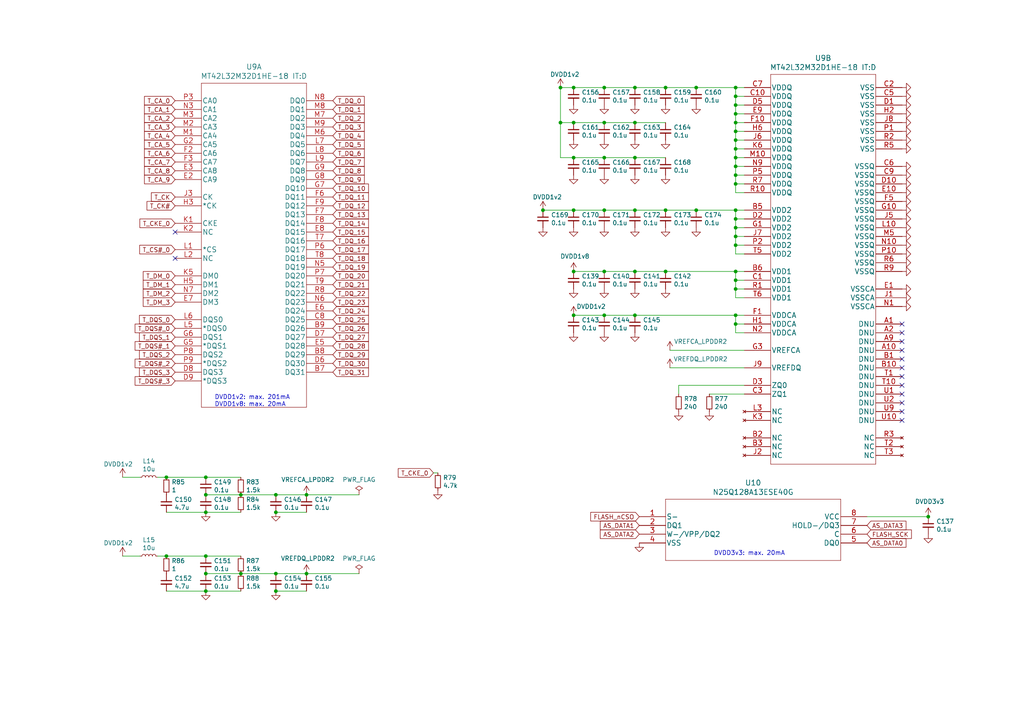
<source format=kicad_sch>
(kicad_sch (version 20250114) (generator "eeschema") (generator_version "9.0")
  (paper "A4")
  (title_block (title "OSSC Pro") (date "2024-05-26") (rev "1.6"))
  (text "DVDD3v3: max. 20mA" (at 207.01 161.29 0) (effects (font (size 1.27 1.27)) (justify left bottom)))
  (text "DVDD1v2: max. 201mA\nDVDD1v8: max. 20mA" (at 62.23 118.11 0) (effects (font (size 1.27 1.27)) (justify left bottom)))
  (junction (at 166.37 35.56))
  (junction (at 59.69 138.43))
  (junction (at 269.24 149.86))
  (junction (at 213.36 35.56))
  (junction (at 166.37 60.96))
  (junction (at 184.15 60.96))
  (junction (at 157.48 60.96))
  (junction (at 213.36 91.44))
  (junction (at 213.36 63.5))
  (junction (at 162.56 25.4))
  (junction (at 59.69 166.37))
  (junction (at 213.36 68.58))
  (junction (at 213.36 93.98))
  (junction (at 88.9 143.51))
  (junction (at 162.56 35.56))
  (junction (at 59.69 161.29))
  (junction (at 48.26 161.29))
  (junction (at 213.36 60.96))
  (junction (at 213.36 48.26))
  (junction (at 213.36 27.94))
  (junction (at 213.36 81.28))
  (junction (at 213.36 38.1))
  (junction (at 213.36 40.64))
  (junction (at 175.26 91.44))
  (junction (at 184.15 45.72))
  (junction (at 201.93 60.96))
  (junction (at 213.36 50.8))
  (junction (at 184.15 25.4))
  (junction (at 184.15 91.44))
  (junction (at 193.04 60.96))
  (junction (at 213.36 33.02))
  (junction (at 213.36 83.82))
  (junction (at 166.37 45.72))
  (junction (at 80.01 148.59))
  (junction (at 175.26 60.96))
  (junction (at 175.26 25.4))
  (junction (at 166.37 78.74))
  (junction (at 213.36 43.18))
  (junction (at 59.69 171.45))
  (junction (at 48.26 138.43))
  (junction (at 88.9 166.37))
  (junction (at 184.15 78.74))
  (junction (at 175.26 78.74))
  (junction (at 175.26 45.72))
  (junction (at 80.01 171.45))
  (junction (at 69.85 166.37))
  (junction (at 213.36 25.4))
  (junction (at 184.15 35.56))
  (junction (at 213.36 45.72))
  (junction (at 59.69 143.51))
  (junction (at 213.36 66.04))
  (junction (at 175.26 35.56))
  (junction (at 69.85 143.51))
  (junction (at 213.36 71.12))
  (junction (at 193.04 25.4))
  (junction (at 166.37 25.4))
  (junction (at 80.01 166.37))
  (junction (at 59.69 148.59))
  (junction (at 213.36 53.34))
  (junction (at 213.36 30.48))
  (junction (at 201.93 25.4))
  (junction (at 166.37 91.44))
  (junction (at 80.01 143.51))
  (junction (at 193.04 78.74))
  (junction (at 213.36 78.74))
  (no_connect (at 50.8 74.93))
  (no_connect (at 261.62 101.6))
  (no_connect (at 261.62 121.92))
  (no_connect (at 261.62 104.14))
  (no_connect (at 261.62 96.52))
  (no_connect (at 261.62 106.68))
  (no_connect (at 261.62 119.38))
  (no_connect (at 261.62 99.06))
  (no_connect (at 261.62 93.98))
  (no_connect (at 50.8 67.31))
  (no_connect (at 261.62 109.22))
  (no_connect (at 261.62 111.76))
  (no_connect (at 261.62 116.84))
  (no_connect (at 261.62 114.3))
  (wire (pts (xy 35.56 138.43) (xy 40.64 138.43)))
  (wire (pts (xy 215.9 43.18) (xy 213.36 43.18)))
  (wire (pts (xy 166.37 91.44) (xy 175.26 91.44)))
  (wire (pts (xy 213.36 50.8) (xy 213.36 48.26)))
  (wire (pts (xy 184.15 25.4) (xy 193.04 25.4)))
  (wire (pts (xy 104.14 143.51) (xy 88.9 143.51)))
  (wire (pts (xy 215.9 71.12) (xy 213.36 71.12)))
  (wire (pts (xy 166.37 60.96) (xy 175.26 60.96)))
  (wire (pts (xy 213.36 38.1) (xy 213.36 35.56)))
  (wire (pts (xy 59.69 143.51) (xy 69.85 143.51)))
  (wire (pts (xy 215.9 93.98) (xy 213.36 93.98)))
  (wire (pts (xy 215.9 30.48) (xy 213.36 30.48)))
  (wire (pts (xy 213.36 78.74) (xy 215.9 78.74)))
  (wire (pts (xy 213.36 48.26) (xy 213.36 45.72)))
  (wire (pts (xy 213.36 50.8) (xy 215.9 50.8)))
  (wire (pts (xy 213.36 93.98) (xy 213.36 91.44)))
  (wire (pts (xy 213.36 25.4) (xy 215.9 25.4)))
  (wire (pts (xy 194.31 101.6) (xy 215.9 101.6)))
  (wire (pts (xy 48.26 171.45) (xy 59.69 171.45)))
  (wire (pts (xy 213.36 60.96) (xy 215.9 60.96)))
  (wire (pts (xy 215.9 48.26) (xy 213.36 48.26)))
  (wire (pts (xy 59.69 161.29) (xy 48.26 161.29)))
  (wire (pts (xy 59.69 171.45) (xy 69.85 171.45)))
  (wire (pts (xy 175.26 91.44) (xy 184.15 91.44)))
  (wire (pts (xy 69.85 138.43) (xy 59.69 138.43)))
  (wire (pts (xy 193.04 78.74) (xy 213.36 78.74)))
  (wire (pts (xy 184.15 78.74) (xy 193.04 78.74)))
  (wire (pts (xy 193.04 25.4) (xy 201.93 25.4)))
  (wire (pts (xy 184.15 45.72) (xy 175.26 45.72)))
  (wire (pts (xy 215.9 106.68) (xy 194.31 106.68)))
  (wire (pts (xy 215.9 114.3) (xy 205.74 114.3)))
  (wire (pts (xy 166.37 35.56) (xy 175.26 35.56)))
  (wire (pts (xy 215.9 53.34) (xy 213.36 53.34)))
  (wire (pts (xy 213.36 96.52) (xy 213.36 93.98)))
  (wire (pts (xy 213.36 35.56) (xy 215.9 35.56)))
  (wire (pts (xy 48.26 138.43) (xy 45.72 138.43)))
  (wire (pts (xy 215.9 81.28) (xy 213.36 81.28)))
  (wire (pts (xy 166.37 78.74) (xy 175.26 78.74)))
  (wire (pts (xy 196.85 111.76) (xy 215.9 111.76)))
  (wire (pts (xy 193.04 45.72) (xy 184.15 45.72)))
  (wire (pts (xy 215.9 66.04) (xy 213.36 66.04)))
  (wire (pts (xy 80.01 143.51) (xy 88.9 143.51)))
  (wire (pts (xy 213.36 27.94) (xy 213.36 25.4)))
  (wire (pts (xy 104.14 166.37) (xy 88.9 166.37)))
  (wire (pts (xy 35.56 161.29) (xy 40.64 161.29)))
  (wire (pts (xy 215.9 55.88) (xy 213.36 55.88)))
  (wire (pts (xy 69.85 166.37) (xy 80.01 166.37)))
  (wire (pts (xy 175.26 45.72) (xy 166.37 45.72)))
  (wire (pts (xy 215.9 68.58) (xy 213.36 68.58)))
  (wire (pts (xy 80.01 171.45) (xy 88.9 171.45)))
  (wire (pts (xy 48.26 148.59) (xy 59.69 148.59)))
  (wire (pts (xy 175.26 25.4) (xy 184.15 25.4)))
  (wire (pts (xy 213.36 81.28) (xy 213.36 78.74)))
  (wire (pts (xy 215.9 33.02) (xy 213.36 33.02)))
  (wire (pts (xy 213.36 45.72) (xy 215.9 45.72)))
  (wire (pts (xy 157.48 60.96) (xy 166.37 60.96)))
  (wire (pts (xy 184.15 35.56) (xy 193.04 35.56)))
  (wire (pts (xy 215.9 63.5) (xy 213.36 63.5)))
  (wire (pts (xy 48.26 161.29) (xy 45.72 161.29)))
  (wire (pts (xy 213.36 63.5) (xy 213.36 60.96)))
  (wire (pts (xy 213.36 45.72) (xy 213.36 43.18)))
  (wire (pts (xy 69.85 143.51) (xy 80.01 143.51)))
  (wire (pts (xy 175.26 35.56) (xy 184.15 35.56)))
  (wire (pts (xy 59.69 148.59) (xy 69.85 148.59)))
  (wire (pts (xy 213.36 33.02) (xy 213.36 30.48)))
  (wire (pts (xy 69.85 161.29) (xy 59.69 161.29)))
  (wire (pts (xy 215.9 83.82) (xy 213.36 83.82)))
  (wire (pts (xy 59.69 166.37) (xy 69.85 166.37)))
  (wire (pts (xy 80.01 148.59) (xy 88.9 148.59)))
  (wire (pts (xy 213.36 66.04) (xy 213.36 63.5)))
  (wire (pts (xy 251.46 149.86) (xy 269.24 149.86)))
  (wire (pts (xy 162.56 35.56) (xy 166.37 35.56)))
  (wire (pts (xy 213.36 91.44) (xy 215.9 91.44)))
  (wire (pts (xy 166.37 25.4) (xy 175.26 25.4)))
  (wire (pts (xy 127 137.16) (xy 125.73 137.16)))
  (wire (pts (xy 213.36 86.36) (xy 213.36 83.82)))
  (wire (pts (xy 215.9 38.1) (xy 213.36 38.1)))
  (wire (pts (xy 213.36 40.64) (xy 215.9 40.64)))
  (wire (pts (xy 213.36 53.34) (xy 213.36 50.8)))
  (wire (pts (xy 184.15 91.44) (xy 213.36 91.44)))
  (wire (pts (xy 201.93 60.96) (xy 213.36 60.96)))
  (wire (pts (xy 162.56 35.56) (xy 162.56 45.72)))
  (wire (pts (xy 162.56 25.4) (xy 162.56 35.56)))
  (wire (pts (xy 213.36 73.66) (xy 215.9 73.66)))
  (wire (pts (xy 213.36 35.56) (xy 213.36 33.02)))
  (wire (pts (xy 175.26 78.74) (xy 184.15 78.74)))
  (wire (pts (xy 213.36 30.48) (xy 213.36 27.94)))
  (wire (pts (xy 59.69 138.43) (xy 48.26 138.43)))
  (wire (pts (xy 196.85 114.3) (xy 196.85 111.76)))
  (wire (pts (xy 213.36 55.88) (xy 213.36 53.34)))
  (wire (pts (xy 162.56 45.72) (xy 166.37 45.72)))
  (wire (pts (xy 213.36 40.64) (xy 213.36 38.1)))
  (wire (pts (xy 193.04 60.96) (xy 201.93 60.96)))
  (wire (pts (xy 213.36 43.18) (xy 213.36 40.64)))
  (wire (pts (xy 215.9 86.36) (xy 213.36 86.36)))
  (wire (pts (xy 215.9 27.94) (xy 213.36 27.94)))
  (wire (pts (xy 80.01 166.37) (xy 88.9 166.37)))
  (wire (pts (xy 215.9 96.52) (xy 213.36 96.52)))
  (wire (pts (xy 213.36 68.58) (xy 213.36 71.12)))
  (wire (pts (xy 175.26 60.96) (xy 184.15 60.96)))
  (wire (pts (xy 213.36 83.82) (xy 213.36 81.28)))
  (wire (pts (xy 201.93 25.4) (xy 213.36 25.4)))
  (wire (pts (xy 184.15 60.96) (xy 193.04 60.96)))
  (wire (pts (xy 213.36 68.58) (xy 213.36 66.04)))
  (wire (pts (xy 213.36 71.12) (xy 213.36 73.66)))
  (wire (pts (xy 166.37 25.4) (xy 162.56 25.4)))
  (global_label "T_CA_7" (shape input) (at 50.8 46.99 180) (property "Intersheetrefs" "${INTERSHEET_REFS}" (effects (hide yes))))
  (global_label "T_DQ_14" (shape input) (at 96.52 64.77 0) (property "Intersheetrefs" "${INTERSHEET_REFS}" (effects (hide yes))))
  (global_label "T_DQ_7" (shape input) (at 96.52 46.99 0) (property "Intersheetrefs" "${INTERSHEET_REFS}" (effects (hide yes))))
  (global_label "T_DM_1" (shape input) (at 50.8 82.55 180) (property "Intersheetrefs" "${INTERSHEET_REFS}" (effects (hide yes))))
  (global_label "T_DM_0" (shape input) (at 50.8 80.01 180) (property "Intersheetrefs" "${INTERSHEET_REFS}" (effects (hide yes))))
  (global_label "T_CKE_0" (shape input) (at 50.8 64.77 180) (property "Intersheetrefs" "${INTERSHEET_REFS}" (effects (hide yes))))
  (global_label "T_CA_5" (shape input) (at 50.8 41.91 180) (property "Intersheetrefs" "${INTERSHEET_REFS}" (effects (hide yes))))
  (global_label "FLASH_SCK" (shape input) (at 251.46 154.94 0) (property "Intersheetrefs" "${INTERSHEET_REFS}" (effects (hide yes))))
  (global_label "T_CA_0" (shape input) (at 50.8 29.21 180) (property "Intersheetrefs" "${INTERSHEET_REFS}" (effects (hide yes))))
  (global_label "T_CA_4" (shape input) (at 50.8 39.37 180) (property "Intersheetrefs" "${INTERSHEET_REFS}" (effects (hide yes))))
  (global_label "T_CA_2" (shape input) (at 50.8 34.29 180) (property "Intersheetrefs" "${INTERSHEET_REFS}" (effects (hide yes))))
  (global_label "T_DQS#_3" (shape input) (at 50.8 110.49 180) (property "Intersheetrefs" "${INTERSHEET_REFS}" (effects (hide yes))))
  (global_label "T_DQS_3" (shape input) (at 50.8 107.95 180) (property "Intersheetrefs" "${INTERSHEET_REFS}" (effects (hide yes))))
  (global_label "T_CA_1" (shape input) (at 50.8 31.75 180) (property "Intersheetrefs" "${INTERSHEET_REFS}" (effects (hide yes))))
  (global_label "AS_DATA0" (shape input) (at 251.46 157.48 0) (property "Intersheetrefs" "${INTERSHEET_REFS}" (effects (hide yes))))
  (global_label "T_DM_3" (shape input) (at 50.8 87.63 180) (property "Intersheetrefs" "${INTERSHEET_REFS}" (effects (hide yes))))
  (global_label "T_DQ_5" (shape input) (at 96.52 41.91 0) (property "Intersheetrefs" "${INTERSHEET_REFS}" (effects (hide yes))))
  (global_label "AS_DATA3" (shape input) (at 251.46 152.4 0) (property "Intersheetrefs" "${INTERSHEET_REFS}" (effects (hide yes))))
  (global_label "T_CK" (shape input) (at 50.8 57.15 180) (property "Intersheetrefs" "${INTERSHEET_REFS}" (effects (hide yes))))
  (global_label "T_DQ_8" (shape input) (at 96.52 49.53 0) (property "Intersheetrefs" "${INTERSHEET_REFS}" (effects (hide yes))))
  (global_label "T_DQ_17" (shape input) (at 96.52 72.39 0) (property "Intersheetrefs" "${INTERSHEET_REFS}" (effects (hide yes))))
  (global_label "T_DQ_0" (shape input) (at 96.52 29.21 0) (property "Intersheetrefs" "${INTERSHEET_REFS}" (effects (hide yes))))
  (global_label "T_DQ_25" (shape input) (at 96.52 92.71 0) (property "Intersheetrefs" "${INTERSHEET_REFS}" (effects (hide yes))))
  (global_label "T_DQ_13" (shape input) (at 96.52 62.23 0) (property "Intersheetrefs" "${INTERSHEET_REFS}" (effects (hide yes))))
  (global_label "T_DQ_15" (shape input) (at 96.52 67.31 0) (property "Intersheetrefs" "${INTERSHEET_REFS}" (effects (hide yes))))
  (global_label "T_CS#_0" (shape input) (at 50.8 72.39 180) (property "Intersheetrefs" "${INTERSHEET_REFS}" (effects (hide yes))))
  (global_label "T_DQ_21" (shape input) (at 96.52 82.55 0) (property "Intersheetrefs" "${INTERSHEET_REFS}" (effects (hide yes))))
  (global_label "T_DQ_27" (shape input) (at 96.52 97.79 0) (property "Intersheetrefs" "${INTERSHEET_REFS}" (effects (hide yes))))
  (global_label "AS_DATA2" (shape input) (at 185.42 154.94 180) (property "Intersheetrefs" "${INTERSHEET_REFS}" (effects (hide yes))))
  (global_label "T_CA_8" (shape input) (at 50.8 49.53 180) (property "Intersheetrefs" "${INTERSHEET_REFS}" (effects (hide yes))))
  (global_label "T_DQ_20" (shape input) (at 96.52 80.01 0) (property "Intersheetrefs" "${INTERSHEET_REFS}" (effects (hide yes))))
  (global_label "T_CA_6" (shape input) (at 50.8 44.45 180) (property "Intersheetrefs" "${INTERSHEET_REFS}" (effects (hide yes))))
  (global_label "T_DQ_24" (shape input) (at 96.52 90.17 0) (property "Intersheetrefs" "${INTERSHEET_REFS}" (effects (hide yes))))
  (global_label "T_DQ_6" (shape input) (at 96.52 44.45 0) (property "Intersheetrefs" "${INTERSHEET_REFS}" (effects (hide yes))))
  (global_label "T_DQ_2" (shape input) (at 96.52 34.29 0) (property "Intersheetrefs" "${INTERSHEET_REFS}" (effects (hide yes))))
  (global_label "FLASH_nCSO" (shape input) (at 185.42 149.86 180) (property "Intersheetrefs" "${INTERSHEET_REFS}" (effects (hide yes))))
  (global_label "T_DQ_28" (shape input) (at 96.52 100.33 0) (property "Intersheetrefs" "${INTERSHEET_REFS}" (effects (hide yes))))
  (global_label "T_CKE_0" (shape input) (at 125.73 137.16 180) (property "Intersheetrefs" "${INTERSHEET_REFS}" (effects (hide yes))))
  (global_label "T_DQ_10" (shape input) (at 96.52 54.61 0) (property "Intersheetrefs" "${INTERSHEET_REFS}" (effects (hide yes))))
  (global_label "T_DQ_26" (shape input) (at 96.52 95.25 0) (property "Intersheetrefs" "${INTERSHEET_REFS}" (effects (hide yes))))
  (global_label "T_DQS_2" (shape input) (at 50.8 102.87 180) (property "Intersheetrefs" "${INTERSHEET_REFS}" (effects (hide yes))))
  (global_label "T_DQS_1" (shape input) (at 50.8 97.79 180) (property "Intersheetrefs" "${INTERSHEET_REFS}" (effects (hide yes))))
  (global_label "T_DQ_30" (shape input) (at 96.52 105.41 0) (property "Intersheetrefs" "${INTERSHEET_REFS}" (effects (hide yes))))
  (global_label "T_DM_2" (shape input) (at 50.8 85.09 180) (property "Intersheetrefs" "${INTERSHEET_REFS}" (effects (hide yes))))
  (global_label "T_DQ_23" (shape input) (at 96.52 87.63 0) (property "Intersheetrefs" "${INTERSHEET_REFS}" (effects (hide yes))))
  (global_label "T_DQ_11" (shape input) (at 96.52 57.15 0) (property "Intersheetrefs" "${INTERSHEET_REFS}" (effects (hide yes))))
  (global_label "T_DQS#_1" (shape input) (at 50.8 100.33 180) (property "Intersheetrefs" "${INTERSHEET_REFS}" (effects (hide yes))))
  (global_label "T_DQ_12" (shape input) (at 96.52 59.69 0) (property "Intersheetrefs" "${INTERSHEET_REFS}" (effects (hide yes))))
  (global_label "T_DQ_31" (shape input) (at 96.52 107.95 0) (property "Intersheetrefs" "${INTERSHEET_REFS}" (effects (hide yes))))
  (global_label "T_DQS#_2" (shape input) (at 50.8 105.41 180) (property "Intersheetrefs" "${INTERSHEET_REFS}" (effects (hide yes))))
  (global_label "T_DQ_19" (shape input) (at 96.52 77.47 0) (property "Intersheetrefs" "${INTERSHEET_REFS}" (effects (hide yes))))
  (global_label "T_CK#" (shape input) (at 50.8 59.69 180) (property "Intersheetrefs" "${INTERSHEET_REFS}" (effects (hide yes))))
  (global_label "T_DQ_18" (shape input) (at 96.52 74.93 0) (property "Intersheetrefs" "${INTERSHEET_REFS}" (effects (hide yes))))
  (global_label "T_DQ_29" (shape input) (at 96.52 102.87 0) (property "Intersheetrefs" "${INTERSHEET_REFS}" (effects (hide yes))))
  (global_label "T_CA_3" (shape input) (at 50.8 36.83 180) (property "Intersheetrefs" "${INTERSHEET_REFS}" (effects (hide yes))))
  (global_label "T_DQ_9" (shape input) (at 96.52 52.07 0) (property "Intersheetrefs" "${INTERSHEET_REFS}" (effects (hide yes))))
  (global_label "T_DQ_1" (shape input) (at 96.52 31.75 0) (property "Intersheetrefs" "${INTERSHEET_REFS}" (effects (hide yes))))
  (global_label "T_DQ_3" (shape input) (at 96.52 36.83 0) (property "Intersheetrefs" "${INTERSHEET_REFS}" (effects (hide yes))))
  (global_label "T_CA_9" (shape input) (at 50.8 52.07 180) (property "Intersheetrefs" "${INTERSHEET_REFS}" (effects (hide yes))))
  (global_label "T_DQ_16" (shape input) (at 96.52 69.85 0) (property "Intersheetrefs" "${INTERSHEET_REFS}" (effects (hide yes))))
  (global_label "T_DQ_4" (shape input) (at 96.52 39.37 0) (property "Intersheetrefs" "${INTERSHEET_REFS}" (effects (hide yes))))
  (global_label "T_DQ_22" (shape input) (at 96.52 85.09 0) (property "Intersheetrefs" "${INTERSHEET_REFS}" (effects (hide yes))))
  (global_label "AS_DATA1" (shape input) (at 185.42 152.4 180) (property "Intersheetrefs" "${INTERSHEET_REFS}" (effects (hide yes))))
  (global_label "T_DQS#_0" (shape input) (at 50.8 95.25 180) (property "Intersheetrefs" "${INTERSHEET_REFS}" (effects (hide yes))))
  (global_label "T_DQS_0" (shape input) (at 50.8 92.71 180) (property "Intersheetrefs" "${INTERSHEET_REFS}" (effects (hide yes))))
  (symbol (lib_id "custom_components:N25Q128A13ESE40G") (at 185.42 149.86 0) (unit 1)
    (property "Reference" "U10" (at 218.44 140.0302 0) (effects (font (size 1.524 1.524))))
    (property "Value" "N25Q128A13ESE40G" (at 218.44 142.7226 0) (effects (font (size 1.524 1.524))))
    (property "Footprint" "custom_components:N25Q128A13ESE40G" (effects (hide yes)))
  )
  (symbol (lib_id "custom_components:MT42L32M32D2AC-25_AAT_A") (at 50.8 29.21 0) (unit 1)
    (property "Reference" "U9" (at 73.66 19.3802 0) (effects (font (size 1.524 1.524))))
    (property "Value" "MT42L32M32D1HE-18 IT:D" (at 73.66 22.0726 0) (effects (font (size 1.524 1.524))))
    (property "Footprint" "custom_components:EDB1332BDBH-1DAAT-F" (effects (hide yes)))
  )
  (symbol (lib_id "custom_components:MT42L32M32D2AC-25_AAT_A") (at 215.9 26.67 0) (unit 2)
    (property "Reference" "U9" (at 238.76 16.8402 0) (effects (font (size 1.524 1.524))))
    (property "Value" "MT42L32M32D1HE-18 IT:D" (at 238.76 19.5326 0) (effects (font (size 1.524 1.524))))
    (property "Footprint" "custom_components:EDB1332BDBH-1DAAT-F" (effects (hide yes)))
  )
  (symbol (lib_id "power:GND") (at 127 142.24 0) (unit 1)
    (property "Reference" "#PWR0663" (effects (hide yes)))
    (property "Value" "GND" (effects (hide yes)))
  )
  (symbol (lib_id "custom_components:DVDD3v3") (at 269.24 149.86 0) (unit 1)
    (property "Reference" "#PWR0665" (effects (hide yes)))
    (property "Value" "DVDD3v3" (at 269.621 145.4658 0))
  )
  (symbol (lib_id "power:GND") (at 261.62 88.9 90) (unit 1)
    (property "Reference" "#PWR0666" (effects (hide yes)))
    (property "Value" "GND" (effects (hide yes)))
  )
  (symbol (lib_id "power:GND") (at 261.62 86.36 90) (unit 1)
    (property "Reference" "#PWR0667" (effects (hide yes)))
    (property "Value" "GND" (effects (hide yes)))
  )
  (symbol (lib_id "power:GND") (at 261.62 83.82 90) (unit 1)
    (property "Reference" "#PWR0668" (effects (hide yes)))
    (property "Value" "GND" (effects (hide yes)))
  )
  (symbol (lib_id "power:GND") (at 261.62 78.74 90) (unit 1)
    (property "Reference" "#PWR0669" (effects (hide yes)))
    (property "Value" "GND" (effects (hide yes)))
  )
  (symbol (lib_id "power:GND") (at 261.62 76.2 90) (unit 1)
    (property "Reference" "#PWR0670" (effects (hide yes)))
    (property "Value" "GND" (effects (hide yes)))
  )
  (symbol (lib_id "power:GND") (at 261.62 73.66 90) (unit 1)
    (property "Reference" "#PWR0671" (effects (hide yes)))
    (property "Value" "GND" (effects (hide yes)))
  )
  (symbol (lib_id "power:GND") (at 261.62 71.12 90) (unit 1)
    (property "Reference" "#PWR0672" (effects (hide yes)))
    (property "Value" "GND" (effects (hide yes)))
  )
  (symbol (lib_id "power:GND") (at 261.62 68.58 90) (unit 1)
    (property "Reference" "#PWR0673" (effects (hide yes)))
    (property "Value" "GND" (effects (hide yes)))
  )
  (symbol (lib_id "power:GND") (at 261.62 66.04 90) (unit 1)
    (property "Reference" "#PWR0674" (effects (hide yes)))
    (property "Value" "GND" (effects (hide yes)))
  )
  (symbol (lib_id "power:GND") (at 261.62 63.5 90) (unit 1)
    (property "Reference" "#PWR0675" (effects (hide yes)))
    (property "Value" "GND" (effects (hide yes)))
  )
  (symbol (lib_id "power:GND") (at 261.62 60.96 90) (unit 1)
    (property "Reference" "#PWR0676" (effects (hide yes)))
    (property "Value" "GND" (effects (hide yes)))
  )
  (symbol (lib_id "power:GND") (at 261.62 58.42 90) (unit 1)
    (property "Reference" "#PWR0677" (effects (hide yes)))
    (property "Value" "GND" (effects (hide yes)))
  )
  (symbol (lib_id "power:GND") (at 261.62 55.88 90) (unit 1)
    (property "Reference" "#PWR0678" (effects (hide yes)))
    (property "Value" "GND" (effects (hide yes)))
  )
  (symbol (lib_id "power:GND") (at 261.62 53.34 90) (unit 1)
    (property "Reference" "#PWR0679" (effects (hide yes)))
    (property "Value" "GND" (effects (hide yes)))
  )
  (symbol (lib_id "power:GND") (at 261.62 50.8 90) (unit 1)
    (property "Reference" "#PWR0680" (effects (hide yes)))
    (property "Value" "GND" (effects (hide yes)))
  )
  (symbol (lib_id "power:GND") (at 261.62 48.26 90) (unit 1)
    (property "Reference" "#PWR0681" (effects (hide yes)))
    (property "Value" "GND" (effects (hide yes)))
  )
  (symbol (lib_id "power:GND") (at 261.62 43.18 90) (unit 1)
    (property "Reference" "#PWR0682" (effects (hide yes)))
    (property "Value" "GND" (effects (hide yes)))
  )
  (symbol (lib_id "power:GND") (at 261.62 40.64 90) (unit 1)
    (property "Reference" "#PWR0683" (effects (hide yes)))
    (property "Value" "GND" (effects (hide yes)))
  )
  (symbol (lib_id "power:GND") (at 261.62 38.1 90) (unit 1)
    (property "Reference" "#PWR0684" (effects (hide yes)))
    (property "Value" "GND" (effects (hide yes)))
  )
  (symbol (lib_id "power:GND") (at 261.62 35.56 90) (unit 1)
    (property "Reference" "#PWR0685" (effects (hide yes)))
    (property "Value" "GND" (effects (hide yes)))
  )
  (symbol (lib_id "power:GND") (at 261.62 33.02 90) (unit 1)
    (property "Reference" "#PWR0686" (effects (hide yes)))
    (property "Value" "GND" (effects (hide yes)))
  )
  (symbol (lib_id "power:GND") (at 261.62 30.48 90) (unit 1)
    (property "Reference" "#PWR0687" (effects (hide yes)))
    (property "Value" "GND" (effects (hide yes)))
  )
  (symbol (lib_id "power:GND") (at 261.62 27.94 90) (unit 1)
    (property "Reference" "#PWR0688" (effects (hide yes)))
    (property "Value" "GND" (effects (hide yes)))
  )
  (symbol (lib_id "power:GND") (at 261.62 25.4 90) (unit 1)
    (property "Reference" "#PWR0689" (effects (hide yes)))
    (property "Value" "GND" (effects (hide yes)))
  )
  (symbol (lib_id "power:GND") (at 196.85 119.38 0) (unit 1)
    (property "Reference" "#PWR0690" (effects (hide yes)))
    (property "Value" "GND" (effects (hide yes)))
  )
  (symbol (lib_id "power:GND") (at 205.74 119.38 0) (unit 1)
    (property "Reference" "#PWR0691" (effects (hide yes)))
    (property "Value" "GND" (effects (hide yes)))
  )
  (symbol (lib_id "custom_components:VREFCA_LPDDR2") (at 194.31 101.6 0) (unit 1)
    (property "Reference" "#PWR0692" (effects (hide yes)))
    (property "Value" "VREFCA_LPDDR2" (at 203.2 99.06 0))
  )
  (symbol (lib_id "custom_components:VREFDQ_LPDDR2") (at 194.31 106.68 0) (unit 1)
    (property "Reference" "#PWR0693" (effects (hide yes)))
    (property "Value" "VREFDQ_LPDDR2" (at 203.2 104.14 0))
  )
  (symbol (lib_id "power:GND") (at 184.15 96.52 0) (unit 1)
    (property "Reference" "#PWR0694" (effects (hide yes)))
    (property "Value" "GND" (effects (hide yes)))
  )
  (symbol (lib_id "power:GND") (at 175.26 96.52 0) (unit 1)
    (property "Reference" "#PWR0695" (effects (hide yes)))
    (property "Value" "GND" (effects (hide yes)))
  )
  (symbol (lib_id "power:GND") (at 166.37 96.52 0) (unit 1)
    (property "Reference" "#PWR0696" (effects (hide yes)))
    (property "Value" "GND" (effects (hide yes)))
  )
  (symbol (lib_id "custom_components:DVDD1v2") (at 166.37 91.44 0) (unit 1)
    (property "Reference" "#PWR0697" (effects (hide yes)))
    (property "Value" "DVDD1v2" (at 171.45 88.9 0))
  )
  (symbol (lib_id "power:GND") (at 166.37 83.82 0) (unit 1)
    (property "Reference" "#PWR0698" (effects (hide yes)))
    (property "Value" "GND" (effects (hide yes)))
  )
  (symbol (lib_id "power:GND") (at 175.26 83.82 0) (unit 1)
    (property "Reference" "#PWR0699" (effects (hide yes)))
    (property "Value" "GND" (effects (hide yes)))
  )
  (symbol (lib_id "power:GND") (at 184.15 83.82 0) (unit 1)
    (property "Reference" "#PWR0700" (effects (hide yes)))
    (property "Value" "GND" (effects (hide yes)))
  )
  (symbol (lib_id "power:GND") (at 193.04 83.82 0) (unit 1)
    (property "Reference" "#PWR0701" (effects (hide yes)))
    (property "Value" "GND" (effects (hide yes)))
  )
  (symbol (lib_id "custom_components:DVDD1v8") (at 166.37 78.74 0) (unit 1)
    (property "Reference" "#PWR0702" (effects (hide yes)))
    (property "Value" "DVDD1v8" (at 166.751 74.3458 0))
  )
  (symbol (lib_id "power:GND") (at 201.93 66.04 0) (unit 1)
    (property "Reference" "#PWR0703" (effects (hide yes)))
    (property "Value" "GND" (effects (hide yes)))
  )
  (symbol (lib_id "power:GND") (at 193.04 66.04 0) (unit 1)
    (property "Reference" "#PWR0704" (effects (hide yes)))
    (property "Value" "GND" (effects (hide yes)))
  )
  (symbol (lib_id "power:GND") (at 184.15 66.04 0) (unit 1)
    (property "Reference" "#PWR0705" (effects (hide yes)))
    (property "Value" "GND" (effects (hide yes)))
  )
  (symbol (lib_id "power:GND") (at 175.26 66.04 0) (unit 1)
    (property "Reference" "#PWR0706" (effects (hide yes)))
    (property "Value" "GND" (effects (hide yes)))
  )
  (symbol (lib_id "power:GND") (at 166.37 66.04 0) (unit 1)
    (property "Reference" "#PWR0707" (effects (hide yes)))
    (property "Value" "GND" (effects (hide yes)))
  )
  (symbol (lib_id "power:GND") (at 157.48 66.04 0) (unit 1)
    (property "Reference" "#PWR0708" (effects (hide yes)))
    (property "Value" "GND" (effects (hide yes)))
  )
  (symbol (lib_id "custom_components:DVDD1v2") (at 157.48 60.96 0) (unit 1)
    (property "Reference" "#PWR0709" (effects (hide yes)))
    (property "Value" "DVDD1v2" (at 158.75 57.15 0))
  )
  (symbol (lib_id "power:GND") (at 184.15 40.64 0) (unit 1)
    (property "Reference" "#PWR0710" (effects (hide yes)))
    (property "Value" "GND" (effects (hide yes)))
  )
  (symbol (lib_id "power:GND") (at 193.04 40.64 0) (unit 1)
    (property "Reference" "#PWR0711" (effects (hide yes)))
    (property "Value" "GND" (effects (hide yes)))
  )
  (symbol (lib_id "power:GND") (at 166.37 50.8 0) (unit 1)
    (property "Reference" "#PWR0712" (effects (hide yes)))
    (property "Value" "GND" (effects (hide yes)))
  )
  (symbol (lib_id "power:GND") (at 166.37 30.48 0) (unit 1)
    (property "Reference" "#PWR0713" (effects (hide yes)))
    (property "Value" "GND" (effects (hide yes)))
  )
  (symbol (lib_id "power:GND") (at 175.26 30.48 0) (unit 1)
    (property "Reference" "#PWR0714" (effects (hide yes)))
    (property "Value" "GND" (effects (hide yes)))
  )
  (symbol (lib_id "power:GND") (at 184.15 30.48 0) (unit 1)
    (property "Reference" "#PWR0715" (effects (hide yes)))
    (property "Value" "GND" (effects (hide yes)))
  )
  (symbol (lib_id "power:GND") (at 193.04 30.48 0) (unit 1)
    (property "Reference" "#PWR0716" (effects (hide yes)))
    (property "Value" "GND" (effects (hide yes)))
  )
  (symbol (lib_id "power:GND") (at 201.93 30.48 0) (unit 1)
    (property "Reference" "#PWR0717" (effects (hide yes)))
    (property "Value" "GND" (effects (hide yes)))
  )
  (symbol (lib_id "power:GND") (at 166.37 40.64 0) (unit 1)
    (property "Reference" "#PWR0718" (effects (hide yes)))
    (property "Value" "GND" (effects (hide yes)))
  )
  (symbol (lib_id "power:GND") (at 175.26 50.8 0) (unit 1)
    (property "Reference" "#PWR0719" (effects (hide yes)))
    (property "Value" "GND" (effects (hide yes)))
  )
  (symbol (lib_id "power:GND") (at 184.15 50.8 0) (unit 1)
    (property "Reference" "#PWR0720" (effects (hide yes)))
    (property "Value" "GND" (effects (hide yes)))
  )
  (symbol (lib_id "power:GND") (at 193.04 50.8 0) (unit 1)
    (property "Reference" "#PWR0721" (effects (hide yes)))
    (property "Value" "GND" (effects (hide yes)))
  )
  (symbol (lib_id "power:GND") (at 175.26 40.64 0) (unit 1)
    (property "Reference" "#PWR0722" (effects (hide yes)))
    (property "Value" "GND" (effects (hide yes)))
  )
  (symbol (lib_id "custom_components:DVDD1v2") (at 162.56 25.4 0) (unit 1)
    (property "Reference" "#PWR0723" (effects (hide yes)))
    (property "Value" "DVDD1v2" (at 163.83 21.59 0))
  )
  (symbol (lib_id "power:PWR_FLAG") (at 104.14 166.37 0) (unit 1)
    (property "Reference" "#FLG0118" (effects (hide yes)))
    (property "Value" "PWR_FLAG" (at 104.14 161.9758 0))
  )
  (symbol (lib_id "power:PWR_FLAG") (at 104.14 143.51 0) (unit 1)
    (property "Reference" "#FLG0119" (effects (hide yes)))
    (property "Value" "PWR_FLAG" (at 104.14 139.1158 0))
  )
  (symbol (lib_id "power:GND") (at 185.42 157.48 0) (unit 1)
    (property "Reference" "#PWR0598" (effects (hide yes)))
    (property "Value" "GND" (effects (hide yes)))
  )
  (symbol (lib_id "Device:C_Small") (at 269.24 152.4 0) (unit 1)
    (property "Reference" "C137" (at 271.5768 151.2316 0) (effects (justify left)))
    (property "Value" "0.1u" (at 271.5768 153.543 0) (effects (justify left)))
    (property "Footprint" "Capacitor_SMD:C_0402_1005Metric" (effects (hide yes)))
  )
  (symbol (lib_id "power:GND") (at 269.24 154.94 0) (unit 1)
    (property "Reference" "#PWR0599" (effects (hide yes)))
    (property "Value" "GND" (effects (hide yes)))
  )
  (symbol (lib_id "Device:C_Small") (at 166.37 27.94 0) (unit 1)
    (property "Reference" "C156" (at 168.7068 26.7716 0) (effects (justify left)))
    (property "Value" "0.1u" (at 168.7068 29.083 0) (effects (justify left)))
    (property "Footprint" "Capacitor_SMD:C_0402_1005Metric" (effects (hide yes)))
  )
  (symbol (lib_id "Device:C_Small") (at 175.26 27.94 0) (unit 1)
    (property "Reference" "C157" (at 177.5968 26.7716 0) (effects (justify left)))
    (property "Value" "0.1u" (at 177.5968 29.083 0) (effects (justify left)))
    (property "Footprint" "Capacitor_SMD:C_0402_1005Metric" (effects (hide yes)))
  )
  (symbol (lib_id "Device:C_Small") (at 184.15 27.94 0) (unit 1)
    (property "Reference" "C158" (at 186.4868 26.7716 0) (effects (justify left)))
    (property "Value" "0.1u" (at 186.4868 29.083 0) (effects (justify left)))
    (property "Footprint" "Capacitor_SMD:C_0402_1005Metric" (effects (hide yes)))
  )
  (symbol (lib_id "Device:C_Small") (at 193.04 27.94 0) (unit 1)
    (property "Reference" "C159" (at 195.3768 26.7716 0) (effects (justify left)))
    (property "Value" "0.1u" (at 195.3768 29.083 0) (effects (justify left)))
    (property "Footprint" "Capacitor_SMD:C_0402_1005Metric" (effects (hide yes)))
  )
  (symbol (lib_id "Device:C_Small") (at 201.93 27.94 0) (unit 1)
    (property "Reference" "C160" (at 204.2668 26.7716 0) (effects (justify left)))
    (property "Value" "0.1u" (at 204.2668 29.083 0) (effects (justify left)))
    (property "Footprint" "Capacitor_SMD:C_0402_1005Metric" (effects (hide yes)))
  )
  (symbol (lib_id "Device:C_Small") (at 166.37 38.1 0) (unit 1)
    (property "Reference" "C161" (at 168.7068 36.9316 0) (effects (justify left)))
    (property "Value" "0.1u" (at 168.7068 39.243 0) (effects (justify left)))
    (property "Footprint" "Capacitor_SMD:C_0402_1005Metric" (effects (hide yes)))
  )
  (symbol (lib_id "Device:C_Small") (at 175.26 38.1 0) (unit 1)
    (property "Reference" "C162" (at 177.5968 36.9316 0) (effects (justify left)))
    (property "Value" "0.1u" (at 177.5968 39.243 0) (effects (justify left)))
    (property "Footprint" "Capacitor_SMD:C_0402_1005Metric" (effects (hide yes)))
  )
  (symbol (lib_id "Device:C_Small") (at 184.15 38.1 0) (unit 1)
    (property "Reference" "C163" (at 186.4868 36.9316 0) (effects (justify left)))
    (property "Value" "0.1u" (at 186.4868 39.243 0) (effects (justify left)))
    (property "Footprint" "Capacitor_SMD:C_0402_1005Metric" (effects (hide yes)))
  )
  (symbol (lib_id "Device:C_Small") (at 193.04 38.1 0) (unit 1)
    (property "Reference" "C164" (at 195.3768 36.9316 0) (effects (justify left)))
    (property "Value" "0.1u" (at 195.3768 39.243 0) (effects (justify left)))
    (property "Footprint" "Capacitor_SMD:C_0402_1005Metric" (effects (hide yes)))
  )
  (symbol (lib_id "Device:C_Small") (at 166.37 48.26 0) (unit 1)
    (property "Reference" "C165" (at 168.7068 47.0916 0) (effects (justify left)))
    (property "Value" "0.1u" (at 168.7068 49.403 0) (effects (justify left)))
    (property "Footprint" "Capacitor_SMD:C_0402_1005Metric" (effects (hide yes)))
  )
  (symbol (lib_id "Device:C_Small") (at 175.26 48.26 0) (unit 1)
    (property "Reference" "C166" (at 177.5968 47.0916 0) (effects (justify left)))
    (property "Value" "0.1u" (at 177.5968 49.403 0) (effects (justify left)))
    (property "Footprint" "Capacitor_SMD:C_0402_1005Metric" (effects (hide yes)))
  )
  (symbol (lib_id "Device:C_Small") (at 184.15 48.26 0) (unit 1)
    (property "Reference" "C167" (at 186.4868 47.0916 0) (effects (justify left)))
    (property "Value" "0.1u" (at 186.4868 49.403 0) (effects (justify left)))
    (property "Footprint" "Capacitor_SMD:C_0402_1005Metric" (effects (hide yes)))
  )
  (symbol (lib_id "Device:C_Small") (at 193.04 48.26 0) (unit 1)
    (property "Reference" "C168" (at 195.3768 47.0916 0) (effects (justify left)))
    (property "Value" "0.1u" (at 195.3768 49.403 0) (effects (justify left)))
    (property "Footprint" "Capacitor_SMD:C_0402_1005Metric" (effects (hide yes)))
  )
  (symbol (lib_id "Device:C_Small") (at 157.48 63.5 0) (unit 1)
    (property "Reference" "C169" (at 159.8168 62.3316 0) (effects (justify left)))
    (property "Value" "0.1u" (at 159.8168 64.643 0) (effects (justify left)))
    (property "Footprint" "Capacitor_SMD:C_0402_1005Metric" (effects (hide yes)))
  )
  (symbol (lib_id "Device:C_Small") (at 166.37 63.5 0) (unit 1)
    (property "Reference" "C170" (at 168.7068 62.3316 0) (effects (justify left)))
    (property "Value" "0.1u" (at 168.7068 64.643 0) (effects (justify left)))
    (property "Footprint" "Capacitor_SMD:C_0402_1005Metric" (effects (hide yes)))
  )
  (symbol (lib_id "Device:C_Small") (at 175.26 63.5 0) (unit 1)
    (property "Reference" "C171" (at 177.5968 62.3316 0) (effects (justify left)))
    (property "Value" "0.1u" (at 177.5968 64.643 0) (effects (justify left)))
    (property "Footprint" "Capacitor_SMD:C_0402_1005Metric" (effects (hide yes)))
  )
  (symbol (lib_id "Device:C_Small") (at 184.15 63.5 0) (unit 1)
    (property "Reference" "C172" (at 186.4868 62.3316 0) (effects (justify left)))
    (property "Value" "0.1u" (at 186.4868 64.643 0) (effects (justify left)))
    (property "Footprint" "Capacitor_SMD:C_0402_1005Metric" (effects (hide yes)))
  )
  (symbol (lib_id "Device:C_Small") (at 193.04 63.5 0) (unit 1)
    (property "Reference" "C173" (at 195.3768 62.3316 0) (effects (justify left)))
    (property "Value" "0.1u" (at 195.3768 64.643 0) (effects (justify left)))
    (property "Footprint" "Capacitor_SMD:C_0402_1005Metric" (effects (hide yes)))
  )
  (symbol (lib_id "Device:C_Small") (at 201.93 63.5 0) (unit 1)
    (property "Reference" "C174" (at 204.2668 62.3316 0) (effects (justify left)))
    (property "Value" "0.1u" (at 204.2668 64.643 0) (effects (justify left)))
    (property "Footprint" "Capacitor_SMD:C_0402_1005Metric" (effects (hide yes)))
  )
  (symbol (lib_id "Device:C_Small") (at 166.37 81.28 0) (unit 1)
    (property "Reference" "C139" (at 168.7068 80.1116 0) (effects (justify left)))
    (property "Value" "0.1u" (at 168.7068 82.423 0) (effects (justify left)))
    (property "Footprint" "Capacitor_SMD:C_0402_1005Metric" (effects (hide yes)))
  )
  (symbol (lib_id "Device:C_Small") (at 175.26 81.28 0) (unit 1)
    (property "Reference" "C140" (at 177.5968 80.1116 0) (effects (justify left)))
    (property "Value" "0.1u" (at 177.5968 82.423 0) (effects (justify left)))
    (property "Footprint" "Capacitor_SMD:C_0402_1005Metric" (effects (hide yes)))
  )
  (symbol (lib_id "Device:C_Small") (at 184.15 81.28 0) (unit 1)
    (property "Reference" "C141" (at 186.4868 80.1116 0) (effects (justify left)))
    (property "Value" "0.1u" (at 186.4868 82.423 0) (effects (justify left)))
    (property "Footprint" "Capacitor_SMD:C_0402_1005Metric" (effects (hide yes)))
  )
  (symbol (lib_id "Device:C_Small") (at 193.04 81.28 0) (unit 1)
    (property "Reference" "C142" (at 195.3768 80.1116 0) (effects (justify left)))
    (property "Value" "0.1u" (at 195.3768 82.423 0) (effects (justify left)))
    (property "Footprint" "Capacitor_SMD:C_0402_1005Metric" (effects (hide yes)))
  )
  (symbol (lib_id "Device:C_Small") (at 166.37 93.98 0) (unit 1)
    (property "Reference" "C143" (at 168.7068 92.8116 0) (effects (justify left)))
    (property "Value" "0.1u" (at 168.7068 95.123 0) (effects (justify left)))
    (property "Footprint" "Capacitor_SMD:C_0402_1005Metric" (effects (hide yes)))
  )
  (symbol (lib_id "Device:C_Small") (at 175.26 93.98 0) (unit 1)
    (property "Reference" "C144" (at 177.5968 92.8116 0) (effects (justify left)))
    (property "Value" "0.1u" (at 177.5968 95.123 0) (effects (justify left)))
    (property "Footprint" "Capacitor_SMD:C_0402_1005Metric" (effects (hide yes)))
  )
  (symbol (lib_id "Device:C_Small") (at 184.15 93.98 0) (unit 1)
    (property "Reference" "C145" (at 186.4868 92.8116 0) (effects (justify left)))
    (property "Value" "0.1u" (at 186.4868 95.123 0) (effects (justify left)))
    (property "Footprint" "Capacitor_SMD:C_0402_1005Metric" (effects (hide yes)))
  )
  (symbol (lib_id "Device:R_Small") (at 196.85 116.84 0) (unit 1)
    (property "Reference" "R78" (at 198.3486 115.6716 0) (effects (justify left)))
    (property "Value" "240" (at 198.3486 117.983 0) (effects (justify left)))
    (property "Footprint" "Resistor_SMD:R_0603_1608Metric" (effects (hide yes)))
  )
  (symbol (lib_id "Device:R_Small") (at 205.74 116.84 0) (unit 1)
    (property "Reference" "R77" (at 207.2386 115.6716 0) (effects (justify left)))
    (property "Value" "240" (at 207.2386 117.983 0) (effects (justify left)))
    (property "Footprint" "Resistor_SMD:R_0603_1608Metric" (effects (hide yes)))
  )
  (symbol (lib_id "Device:R_Small") (at 127 139.7 0) (unit 1)
    (property "Reference" "R79" (at 128.4986 138.5316 0) (effects (justify left)))
    (property "Value" "4.7k" (at 128.4986 140.843 0) (effects (justify left)))
    (property "Footprint" "Resistor_SMD:R_0402_1005Metric" (effects (hide yes)))
  )
  (symbol (lib_id "Device:R_Small") (at 48.26 140.97 0) (unit 1)
    (property "Reference" "R85" (at 49.7586 139.8016 0) (effects (justify left)))
    (property "Value" "1" (at 49.7586 142.113 0) (effects (justify left)))
    (property "Footprint" "Resistor_SMD:R_0603_1608Metric" (effects (hide yes)))
  )
  (symbol (lib_id "Device:L_Small") (at 43.18 138.43 90) (unit 1)
    (property "Reference" "L14" (at 43.18 133.731 90))
    (property "Value" "10u" (at 43.18 136.0424 90))
    (property "Footprint" "Inductor_SMD:L_1210_3225Metric" (effects (hide yes)))
  )
  (symbol (lib_id "Device:C_Small") (at 48.26 146.05 0) (unit 1)
    (property "Reference" "C150" (at 50.5968 144.8816 0) (effects (justify left)))
    (property "Value" "4.7u" (at 50.5968 147.193 0) (effects (justify left)))
    (property "Footprint" "Capacitor_SMD:C_0603_1608Metric" (effects (hide yes)))
  )
  (symbol (lib_id "Device:C_Small") (at 59.69 140.97 0) (unit 1)
    (property "Reference" "C149" (at 62.0268 139.8016 0) (effects (justify left)))
    (property "Value" "0.1u" (at 62.0268 142.113 0) (effects (justify left)))
    (property "Footprint" "Capacitor_SMD:C_0402_1005Metric" (effects (hide yes)))
  )
  (symbol (lib_id "Device:C_Small") (at 59.69 146.05 0) (unit 1)
    (property "Reference" "C148" (at 62.0268 144.8816 0) (effects (justify left)))
    (property "Value" "0.1u" (at 62.0268 147.193 0) (effects (justify left)))
    (property "Footprint" "Capacitor_SMD:C_0402_1005Metric" (effects (hide yes)))
  )
  (symbol (lib_id "Device:R_Small") (at 69.85 146.05 0) (unit 1)
    (property "Reference" "R84" (at 71.3486 144.8816 0) (effects (justify left)))
    (property "Value" "1.5k" (at 71.3486 147.193 0) (effects (justify left)))
    (property "Footprint" "Resistor_SMD:R_0603_1608Metric" (effects (hide yes)))
  )
  (symbol (lib_id "Device:R_Small") (at 69.85 140.97 0) (unit 1)
    (property "Reference" "R83" (at 71.3486 139.8016 0) (effects (justify left)))
    (property "Value" "1.5k" (at 71.3486 142.113 0) (effects (justify left)))
    (property "Footprint" "Resistor_SMD:R_0603_1608Metric" (effects (hide yes)))
  )
  (symbol (lib_id "custom_components:DVDD1v2") (at 35.56 138.43 0) (unit 1)
    (property "Reference" "#PWR0600" (effects (hide yes)))
    (property "Value" "DVDD1v2" (at 34.29 134.62 0))
  )
  (symbol (lib_id "Device:C_Small") (at 80.01 146.05 0) (unit 1)
    (property "Reference" "C146" (at 82.3468 144.8816 0) (effects (justify left)))
    (property "Value" "0.1u" (at 82.3468 147.193 0) (effects (justify left)))
    (property "Footprint" "Capacitor_SMD:C_0402_1005Metric" (effects (hide yes)))
  )
  (symbol (lib_id "Device:C_Small") (at 88.9 146.05 0) (unit 1)
    (property "Reference" "C147" (at 91.2368 144.8816 0) (effects (justify left)))
    (property "Value" "0.1u" (at 91.2368 147.193 0) (effects (justify left)))
    (property "Footprint" "Capacitor_SMD:C_0402_1005Metric" (effects (hide yes)))
  )
  (symbol (lib_id "power:GND") (at 59.69 148.59 0) (unit 1)
    (property "Reference" "#PWR0601" (effects (hide yes)))
    (property "Value" "GND" (effects (hide yes)))
  )
  (symbol (lib_id "power:GND") (at 80.01 148.59 0) (unit 1)
    (property "Reference" "#PWR0602" (effects (hide yes)))
    (property "Value" "GND" (effects (hide yes)))
  )
  (symbol (lib_id "custom_components:VREFCA_LPDDR2") (at 88.9 143.51 0) (unit 1)
    (property "Reference" "#PWR0603" (effects (hide yes)))
    (property "Value" "VREFCA_LPDDR2" (at 89.281 139.1158 0))
  )
  (symbol (lib_id "Device:R_Small") (at 48.26 163.83 0) (unit 1)
    (property "Reference" "R86" (at 49.7586 162.6616 0) (effects (justify left)))
    (property "Value" "1" (at 49.7586 164.973 0) (effects (justify left)))
    (property "Footprint" "Resistor_SMD:R_0603_1608Metric" (effects (hide yes)))
  )
  (symbol (lib_id "Device:L_Small") (at 43.18 161.29 90) (unit 1)
    (property "Reference" "L15" (at 43.18 156.591 90))
    (property "Value" "10u" (at 43.18 158.9024 90))
    (property "Footprint" "Inductor_SMD:L_1210_3225Metric" (effects (hide yes)))
  )
  (symbol (lib_id "Device:C_Small") (at 48.26 168.91 0) (unit 1)
    (property "Reference" "C152" (at 50.5968 167.7416 0) (effects (justify left)))
    (property "Value" "4.7u" (at 50.5968 170.053 0) (effects (justify left)))
    (property "Footprint" "Capacitor_SMD:C_0603_1608Metric" (effects (hide yes)))
  )
  (symbol (lib_id "Device:C_Small") (at 59.69 163.83 0) (unit 1)
    (property "Reference" "C151" (at 62.0268 162.6616 0) (effects (justify left)))
    (property "Value" "0.1u" (at 62.0268 164.973 0) (effects (justify left)))
    (property "Footprint" "Capacitor_SMD:C_0402_1005Metric" (effects (hide yes)))
  )
  (symbol (lib_id "Device:C_Small") (at 59.69 168.91 0) (unit 1)
    (property "Reference" "C153" (at 62.0268 167.7416 0) (effects (justify left)))
    (property "Value" "0.1u" (at 62.0268 170.053 0) (effects (justify left)))
    (property "Footprint" "Capacitor_SMD:C_0402_1005Metric" (effects (hide yes)))
  )
  (symbol (lib_id "Device:R_Small") (at 69.85 168.91 0) (unit 1)
    (property "Reference" "R88" (at 71.3486 167.7416 0) (effects (justify left)))
    (property "Value" "1.5k" (at 71.3486 170.053 0) (effects (justify left)))
    (property "Footprint" "Resistor_SMD:R_0603_1608Metric" (effects (hide yes)))
  )
  (symbol (lib_id "Device:R_Small") (at 69.85 163.83 0) (unit 1)
    (property "Reference" "R87" (at 71.3486 162.6616 0) (effects (justify left)))
    (property "Value" "1.5k" (at 71.3486 164.973 0) (effects (justify left)))
    (property "Footprint" "Resistor_SMD:R_0603_1608Metric" (effects (hide yes)))
  )
  (symbol (lib_id "custom_components:DVDD1v2") (at 35.56 161.29 0) (unit 1)
    (property "Reference" "#PWR0604" (effects (hide yes)))
    (property "Value" "DVDD1v2" (at 34.29 157.48 0))
  )
  (symbol (lib_id "Device:C_Small") (at 80.01 168.91 0) (unit 1)
    (property "Reference" "C154" (at 82.3468 167.7416 0) (effects (justify left)))
    (property "Value" "0.1u" (at 82.3468 170.053 0) (effects (justify left)))
    (property "Footprint" "Capacitor_SMD:C_0402_1005Metric" (effects (hide yes)))
  )
  (symbol (lib_id "Device:C_Small") (at 88.9 168.91 0) (unit 1)
    (property "Reference" "C155" (at 91.2368 167.7416 0) (effects (justify left)))
    (property "Value" "0.1u" (at 91.2368 170.053 0) (effects (justify left)))
    (property "Footprint" "Capacitor_SMD:C_0402_1005Metric" (effects (hide yes)))
  )
  (symbol (lib_id "power:GND") (at 59.69 171.45 0) (unit 1)
    (property "Reference" "#PWR0605" (effects (hide yes)))
    (property "Value" "GND" (effects (hide yes)))
  )
  (symbol (lib_id "power:GND") (at 80.01 171.45 0) (unit 1)
    (property "Reference" "#PWR0606" (effects (hide yes)))
    (property "Value" "GND" (effects (hide yes)))
  )
  (symbol (lib_id "custom_components:VREFDQ_LPDDR2") (at 88.9 166.37 0) (unit 1)
    (property "Reference" "#PWR0607" (effects (hide yes)))
    (property "Value" "VREFDQ_LPDDR2" (at 89.281 161.9758 0))
  )
)
</source>
